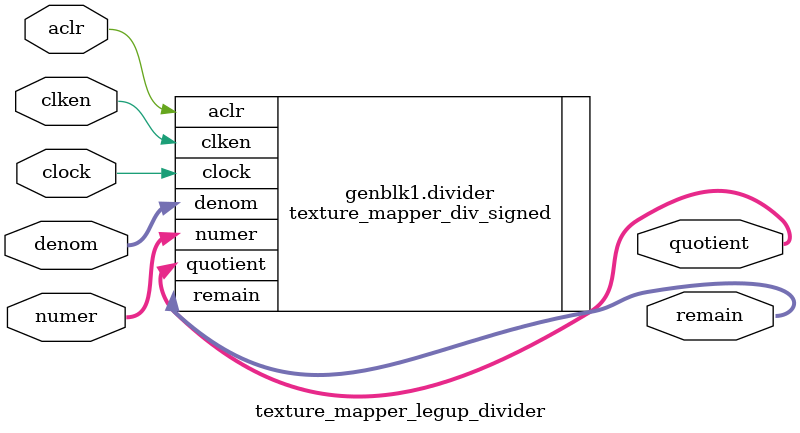
<source format=v>
module texture_mapper_legup_divider # (
  parameter stages = 32, 
  parameter width_n = stages, // widths equal the number of pipeline stages 
  parameter width_d = stages,
  parameter is_signed = 1
) (
  input clock, 
  input aclr, 
  input clken, 
  input [width_n - 1:0] numer, 
  input [width_d - 1:0] denom, 
  output [width_n - 1:0] quotient,
  output [width_d - 1:0] remain
);

// instantiate divider core
generate 
  // if using generic divider
  if (is_signed == 1) begin
    // instantiate signed divider core
    texture_mapper_div_signed divider (
      .clock (clock),
      .aclr (aclr),
      .clken (clken),
      .numer (numer),
      .denom (denom),
      .quotient (quotient),
      .remain (remain)
    );
    defparam
      divider.width_n = width_n,
      divider.width_d = width_d,
      divider.stages = stages;

  end else begin 
    // instantiate unsigned divider core
    texture_mapper_div_unsigned divider (
      .clock (clock),
      .aclr (aclr),
      .clken (clken),
      .numer (numer),
      .denom (denom),
      .quotient (quotient),
      .remain (remain)
    );
    defparam
      divider.width_n = width_n,
      divider.width_d = width_d,
      divider.stages = stages;

    end
endgenerate

endmodule

</source>
